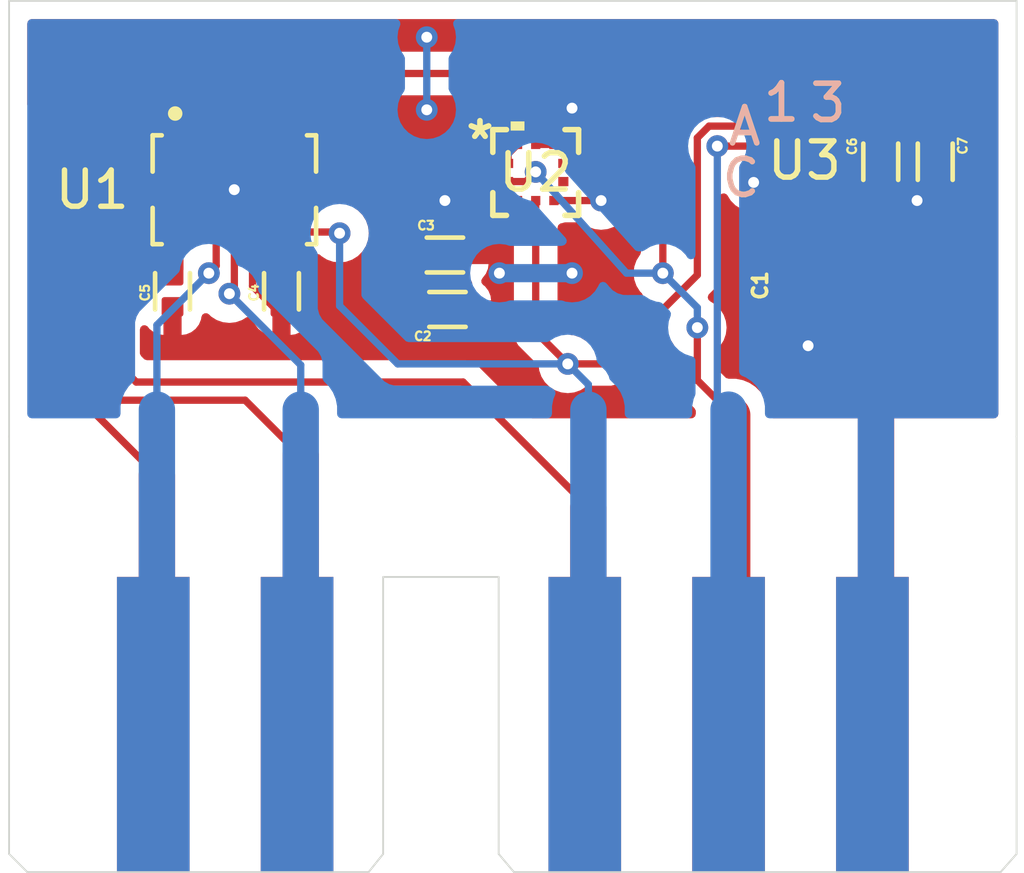
<source format=kicad_pcb>
(kicad_pcb (version 20240108) (generator "pcbnew") (generator_version "8.0")
  (layers (0 "F.Cu" signal) (31 "B.Cu" signal) (34 "B.Paste" user) (35 "F.Paste" user) (36 "B.SilkS" user "B.Silkscreen") (37 "F.SilkS" user "F.Silkscreen") (38 "B.Mask" user) (39 "F.Mask" user) (44 "Edge.Cuts" user))
  (net 0 "")
  (net 1 "SCL")
  (net 2 "MAG_INT")
  (net 3 "GND")
  (net 4 "SDA")
  (net 5 "+3V3")
  (net 6 "GYRO_INT_1")
  (net 7 "ACCEL_INT_1")
  (net 8 "GYRO_INT_2")
  (net 9 "ACCEL_INT_2")
  (net 13 "BARO_INT")
  (net 14 "/CRST")
  (footprint "BMM350:BGA9_BMM350_BOS" (layer "F.Cu") (at 116.89995 41.40005)
    (property "Reference" "U3" (at 0 0 0) (layer "F.SilkS"))
    (property "Value" "BMM350")
    (fp_text user "C" (at -1.747712 0.476527 0) (layer "B.SilkS"))
    (fp_text user "3" (at 0.64864 -1.589101 0) (layer "B.SilkS"))
    (fp_text user "1" (at -0.633908 -1.603273 0) (layer "B.SilkS"))
    (fp_text user "A" (at -1.647449 -0.943866 0) (layer "B.SilkS"))
    (fp_text user "1" (at -0.633908 -1.603273 0) (layer "F.SilkS"))
    (fp_text user "C" (at -1.747712 0.476527 0) (layer "F.SilkS"))
    (fp_text user "3" (at 0.64864 -1.589101 0) (layer "F.SilkS"))
    (fp_text user "A" (at -1.647449 -0.943866 0) (layer "F.SilkS"))
    (pad "A1" smd circle (at -0.40005 -0.40005) (size 0.2286 0.2286) (layers "F.Cu" "F.Paste" "F.Mask") (net 2 "MAG_INT"))
    (pad "A2" smd circle (at 0 -0.40005) (size 0.2286 0.2286) (layers "F.Cu" "F.Paste" "F.Mask") (net 4 "SDA"))
    (pad "A3" smd circle (at 0.40005 -0.40005) (size 0.2286 0.2286) (layers "F.Cu" "F.Paste" "F.Mask") (net 1 "SCL"))
    (pad "B1" smd circle (at -0.40005 0) (size 0.2286 0.2286) (layers "F.Cu" "F.Paste" "F.Mask") (net 3 "GND"))
    (pad "B2" smd circle (at 0 0) (size 0.2286 0.2286) (layers "F.Cu" "F.Paste" "F.Mask") (net 3 "GND"))
    (pad "B3" smd circle (at 0.40005 0) (size 0.2286 0.2286) (layers "F.Cu" "F.Paste" "F.Mask") (net 5 "+3V3"))
    (pad "C1" smd circle (at -0.40005 0.40005) (size 0.2286 0.2286) (layers "F.Cu" "F.Paste" "F.Mask") (net 5 "+3V3"))
    (pad "C2" smd circle (at 0 0.40005) (size 0.2286 0.2286) (layers "F.Cu" "F.Paste" "F.Mask") (net 14 "/CRST"))
    (pad "C3" smd circle (at 0.40005 0.40005) (size 0.2286 0.2286) (layers "F.Cu" "F.Paste" "F.Mask") (net 3 "GND"))
  )
  (footprint "CL05B104KP5NNNC:CAPC1005X55N" (layer "F.Cu") (at 120.5 41.43 -90)
    (property "Reference" "C7" (at -0.438675 -0.755941 90) (layer "F.SilkS") (effects (font (size 0.241029 0.241029))))
    (property "Value" "100nF")
    (fp_line (start -0.5 0.48) (end 0.5 0.48) (stroke (width 0.127)) (layer "F.SilkS"))
    (fp_line (start 0.5 -0.48) (end -0.5 -0.48) (stroke (width 0.127)) (layer "F.SilkS"))
    (pad "1" smd roundrect (at -0.43 0) (size 0.6 0.54) (layers "F.Cu" "F.Paste" "F.Mask") (roundrect_rratio 0.14) (net 5 "+3V3"))
    (pad "2" smd roundrect (at 0.43 0) (size 0.6 0.54) (layers "F.Cu" "F.Paste" "F.Mask") (roundrect_rratio 0.14) (net 3 "GND"))
  )
  (footprint "CL05B104KP5NNNC:CAPC1005X55N" (layer "F.Cu") (at 119 41.43 -90)
    (property "Reference" "C6" (at -0.424708 0.789029 90) (layer "F.SilkS") (effects (font (size 0.241029 0.241029))))
    (property "Value" "100nF")
    (fp_line (start -0.5 0.48) (end 0.5 0.48) (stroke (width 0.127)) (layer "F.SilkS"))
    (fp_line (start 0.5 -0.48) (end -0.5 -0.48) (stroke (width 0.127)) (layer "F.SilkS"))
    (pad "1" smd roundrect (at -0.43 0) (size 0.6 0.54) (layers "F.Cu" "F.Paste" "F.Mask") (roundrect_rratio 0.14) (net 5 "+3V3"))
    (pad "2" smd roundrect (at 0.43 0) (size 0.6 0.54) (layers "F.Cu" "F.Paste" "F.Mask") (roundrect_rratio 0.14) (net 3 "GND"))
  )
  (footprint "CL05B104KP5NNNC:CAPC1005X55N" (layer "F.Cu") (at 99.5 45 90)
    (property "Reference" "C5" (at -0.038171 -0.755633 -90) (layer "F.SilkS") (effects (font (size 0.241029 0.241029))))
    (property "Value" "100nF")
    (fp_line (start 0.5 -0.48) (end -0.5 -0.48) (stroke (width 0.127)) (layer "F.SilkS"))
    (fp_line (start -0.5 0.48) (end 0.5 0.48) (stroke (width 0.127)) (layer "F.SilkS"))
    (pad "1" smd roundrect (at -0.43 0 180) (size 0.6 0.54) (layers "F.Cu" "F.Paste" "F.Mask") (roundrect_rratio 0.14) (net 5 "+3V3"))
    (pad "2" smd roundrect (at 0.43 0 180) (size 0.6 0.54) (layers "F.Cu" "F.Paste" "F.Mask") (roundrect_rratio 0.14) (net 3 "GND"))
  )
  (footprint "CL05B104KP5NNNC:CAPC1005X55N" (layer "F.Cu") (at 107 44)
    (property "Reference" "C3" (at -0.520668 -0.810697 0) (layer "F.SilkS") (effects (font (size 0.241029 0.241029))))
    (property "Value" "100nF")
    (fp_line (start -0.5 0.48) (end 0.5 0.48) (stroke (width 0.127)) (layer "F.SilkS"))
    (fp_line (start 0.5 -0.48) (end -0.5 -0.48) (stroke (width 0.127)) (layer "F.SilkS"))
    (pad "1" smd roundrect (at -0.43 0 90) (size 0.6 0.54) (layers "F.Cu" "F.Paste" "F.Mask") (roundrect_rratio 0.14) (net 3 "GND"))
    (pad "2" smd roundrect (at 0.43 0 90) (size 0.6 0.54) (layers "F.Cu" "F.Paste" "F.Mask") (roundrect_rratio 0.14) (net 5 "+3V3"))
  )
  (footprint "BMI088:PQFN50P450X300X100-16N" (layer "F.Cu") (at 101.2025 42.2025)
    (property "Reference" "U1" (at -3.915 0 0) (layer "F.SilkS"))
    (property "Value" "BMI088")
    (fp_line (start -2.25 -1.5) (end -2 -1.5) (stroke (width 0.127)) (layer "F.SilkS"))
    (fp_line (start -2.25 -0.5) (end -2.25 -1.5) (stroke (width 0.127)) (layer "F.SilkS"))
    (fp_line (start -2.25 1.5) (end -2.25 0.5) (stroke (width 0.127)) (layer "F.SilkS"))
    (fp_line (start -2 1.5) (end -2.25 1.5) (stroke (width 0.127)) (layer "F.SilkS"))
    (fp_line (start 2.25 -1.5) (end 2 -1.5) (stroke (width 0.127)) (layer "F.SilkS"))
    (fp_line (start 2.25 -0.5) (end 2.25 -1.5) (stroke (width 0.127)) (layer "F.SilkS"))
    (fp_line (start 2.25 0.5) (end 2.25 1.5) (stroke (width 0.127)) (layer "F.SilkS"))
    (fp_line (start 2.25 1.5) (end 2 1.5) (stroke (width 0.127)) (layer "F.SilkS"))
    (fp_circle (center -1.629 -2.1) (end -1.529 -2.1) (stroke (width 0.2)) (fill none) (layer "F.SilkS"))
    (pad "1" smd rect (at -1.5 -1.165 270) (size 0.59 0.35) (layers "F.Cu" "F.Paste" "F.Mask") (net 9 "ACCEL_INT_2"))
    (pad "2" smd rect (at -1 -1.165 270) (size 0.59 0.35) (layers "F.Cu" "F.Paste" "F.Mask") (net 3 "GND"))
    (pad "3" smd rect (at -0.5 -1.165 270) (size 0.59 0.35) (layers "F.Cu" "F.Paste" "F.Mask") (net 5 "+3V3"))
    (pad "4" smd rect (at 0 -1.165 270) (size 0.59 0.35) (layers "F.Cu" "F.Paste" "F.Mask") (net 3 "GND"))
    (pad "5" smd rect (at 0.5 -1.165 270) (size 0.59 0.35) (layers "F.Cu" "F.Paste" "F.Mask"))
    (pad "6" smd rect (at 1 -1.165 270) (size 0.59 0.35) (layers "F.Cu" "F.Paste" "F.Mask") (net 3 "GND"))
    (pad "7" smd rect (at 1.5 -1.165 270) (size 0.59 0.35) (layers "F.Cu" "F.Paste" "F.Mask") (net 5 "+3V3"))
    (pad "8" smd rect (at 1.915 0 180) (size 0.59 0.35) (layers "F.Cu" "F.Paste" "F.Mask") (net 1 "SCL"))
    (pad "9" smd rect (at 1.5 1.165 90) (size 0.59 0.35) (layers "F.Cu" "F.Paste" "F.Mask") (net 4 "SDA"))
    (pad "10" smd rect (at 1 1.165 90) (size 0.59 0.35) (layers "F.Cu" "F.Paste" "F.Mask") (net 3 "GND"))
    (pad "11" smd rect (at 0.5 1.165 90) (size 0.59 0.35) (layers "F.Cu" "F.Paste" "F.Mask") (net 5 "+3V3"))
    (pad "12" smd rect (at 0 1.165 90) (size 0.59 0.35) (layers "F.Cu" "F.Paste" "F.Mask") (net 6 "GYRO_INT_1"))
    (pad "13" smd rect (at -0.5 1.165 90) (size 0.59 0.35) (layers "F.Cu" "F.Paste" "F.Mask") (net 8 "GYRO_INT_2"))
    (pad "14" smd rect (at -1 1.165 90) (size 0.59 0.35) (layers "F.Cu" "F.Paste" "F.Mask"))
    (pad "15" smd rect (at -1.5 1.165 90) (size 0.59 0.35) (layers "F.Cu" "F.Paste" "F.Mask") (net 3 "GND"))
    (pad "16" smd rect (at -1.915 0) (size 0.59 0.35) (layers "F.Cu" "F.Paste" "F.Mask") (net 7 "ACCEL_INT_1"))
  )
  (footprint "BMP581:QFN10_BMP581_BOS" (layer "F.Cu") (at 109.5 41.726999)
    (property "Reference" "U2" (at 0 0 0) (layer "F.SilkS"))
    (property "Value" "BMP581")
    (fp_line (start -1.1811 -1.1811) (end -1.1811 -0.555042) (stroke (width 0.1524)) (layer "F.SilkS"))
    (fp_line (start -1.1811 0.555042) (end -1.1811 1.1811) (stroke (width 0.1524)) (layer "F.SilkS"))
    (fp_line (start -1.1811 1.1811) (end -0.805041 1.1811) (stroke (width 0.1524)) (layer "F.SilkS"))
    (fp_line (start -0.805041 -1.1811) (end -1.1811 -1.1811) (stroke (width 0.1524)) (layer "F.SilkS"))
    (fp_line (start 0.805041 1.1811) (end 1.1811 1.1811) (stroke (width 0.1524)) (layer "F.SilkS"))
    (fp_line (start 1.1811 -1.1811) (end 0.805041 -1.1811) (stroke (width 0.1524)) (layer "F.SilkS"))
    (fp_line (start 1.1811 -0.555042) (end 1.1811 -1.1811) (stroke (width 0.1524)) (layer "F.SilkS"))
    (fp_line (start 1.1811 1.1811) (end 1.1811 0.555042) (stroke (width 0.1524)) (layer "F.SilkS"))
    (fp_poly (pts (xy -0.690499 -1.154001) (xy -0.690499 -1.408001) (xy -0.309499 -1.408001) (xy -0.309499 -1.154001)) (fill solid) (layer "F.SilkS"))
    (fp_text user "*" (at -1.535 -0.881 0) (layer "F.SilkS"))
    (fp_text user "*" (at -1.535 -0.881 0) (layer "F.SilkS"))
    (pad "1" smd rect (at -0.760301 -0.25 90) (size 0.254 0.2794) (layers "F.Cu" "F.Paste" "F.Mask") (net 5 "+3V3"))
    (pad "2" smd rect (at -0.760301 0.25 90) (size 0.254 0.2794) (layers "F.Cu" "F.Paste" "F.Mask") (net 1 "SCL"))
    (pad "3" smd rect (at -0.499999 0.773001) (size 0.254 0.254) (layers "F.Cu" "F.Paste" "F.Mask") (net 3 "GND"))
    (pad "4" smd rect (at 0 0.773001) (size 0.254 0.254) (layers "F.Cu" "F.Paste" "F.Mask") (net 4 "SDA"))
    (pad "5" smd rect (at 0.499999 0.773001) (size 0.254 0.254) (layers "F.Cu" "F.Paste" "F.Mask") (net 3 "GND"))
    (pad "6" smd rect (at 0.760301 0.25 90) (size 0.254 0.2794) (layers "F.Cu" "F.Paste" "F.Mask"))
    (pad "7" smd rect (at 0.760301 -0.25 90) (size 0.254 0.2794) (layers "F.Cu" "F.Paste" "F.Mask") (net 13 "BARO_INT"))
    (pad "8" smd rect (at 0.499999 -0.773001) (size 0.254 0.254) (layers "F.Cu" "F.Paste" "F.Mask") (net 3 "GND"))
    (pad "9" smd rect (at 0 -0.773001) (size 0.254 0.254) (layers "F.Cu" "F.Paste" "F.Mask") (net 3 "GND"))
    (pad "10" smd rect (at -0.499999 -0.773001) (size 0.254 0.254) (layers "F.Cu" "F.Paste" "F.Mask") (net 5 "+3V3"))
  )
  (footprint "CL05B104KP5NNNC:CAPC1005X55N" (layer "F.Cu") (at 102.5 45 90)
    (property "Reference" "C4" (at -0.038171 -0.755633 -90) (layer "F.SilkS") (effects (font (size 0.241029 0.241029))))
    (property "Value" "100nF")
    (fp_line (start 0.5 -0.48) (end -0.5 -0.48) (stroke (width 0.127)) (layer "F.SilkS"))
    (fp_line (start -0.5 0.48) (end 0.5 0.48) (stroke (width 0.127)) (layer "F.SilkS"))
    (pad "1" smd roundrect (at -0.43 0 180) (size 0.6 0.54) (layers "F.Cu" "F.Paste" "F.Mask") (roundrect_rratio 0.14) (net 5 "+3V3"))
    (pad "2" smd roundrect (at 0.43 0 180) (size 0.6 0.54) (layers "F.Cu" "F.Paste" "F.Mask") (roundrect_rratio 0.14) (net 3 "GND"))
  )
  (footprint "CGB4B3X7R0J225K055AB:CAPC2012X55N" (layer "F.Cu") (at 117 44.38 90)
    (property "Reference" "C1" (at -0.46 -1.32 -90) (layer "F.SilkS") (effects (font (size 0.393701 0.393701))))
    (property "Value" "2.2uF")
    (pad "1" smd rect (at -0.88 0 90) (size 1.15 1.47) (layers "F.Cu" "F.Paste" "F.Mask") (net 3 "GND"))
    (pad "2" smd rect (at 0.88 0 90) (size 1.15 1.47) (layers "F.Cu" "F.Paste" "F.Mask") (net 14 "/CRST"))
  )
  (footprint "CL05B104KP5NNNC:CAPC1005X55N" (layer "F.Cu") (at 107.07 45.5 180)
    (property "Reference" "C2" (at 0.679076 -0.7394 180) (layer "F.SilkS") (effects (font (size 0.241029 0.241029))))
    (property "Value" "100nF")
    (fp_line (start 0.5 -0.48) (end -0.5 -0.48) (stroke (width 0.127)) (layer "F.SilkS"))
    (fp_line (start -0.5 0.48) (end 0.5 0.48) (stroke (width 0.127)) (layer "F.SilkS"))
    (pad "1" smd roundrect (at -0.43 0 270) (size 0.6 0.54) (layers "F.Cu" "F.Paste" "F.Mask") (roundrect_rratio 0.14) (net 5 "+3V3"))
    (pad "2" smd roundrect (at 0.43 0 270) (size 0.6 0.54) (layers "F.Cu" "F.Paste" "F.Mask") (roundrect_rratio 0.14) (net 3 "GND"))
  )
  (footprint "12PinFootprint:12_Pin_Edge_Connector" (layer "F.Cu") (at 95 49)
    (property "Reference" "K1" (hide yes))
    (property "Value" "~" (hide yes))
    (fp_line (start 0 0) (end 0 11.5) (stroke (width 0.05)) (layer "Edge.Cuts"))
    (fp_line (start 0 11.5) (end 0.5 12) (stroke (width 0.05)) (layer "Edge.Cuts"))
    (fp_line (start 9.9 12) (end 0.5 12) (stroke (width 0.05)) (layer "Edge.Cuts"))
    (fp_line (start 9.9 12) (end 10.3 11.5) (stroke (width 0.05)) (layer "Edge.Cuts"))
    (fp_line (start 10.3 3.87) (end 10.3 11.5) (stroke (width 0.05)) (layer "Edge.Cuts"))
    (fp_line (start 13.48 3.87) (end 10.3 3.87) (stroke (width 0.05)) (layer "Edge.Cuts"))
    (fp_line (start 13.48 11.5) (end 13.48 3.87) (stroke (width 0.05)) (layer "Edge.Cuts"))
    (fp_line (start 13.48 11.5) (end 13.9 12) (stroke (width 0.05)) (layer "Edge.Cuts"))
    (fp_line (start 27.3 12) (end 13.9 12) (stroke (width 0.05)) (layer "Edge.Cuts"))
    (fp_line (start 27.3 12) (end 27.74 11.5) (stroke (width 0.05)) (layer "Edge.Cuts"))
    (fp_line (start 27.74 0) (end 27.74 11.5) (stroke (width 0.05)) (layer "Edge.Cuts"))
    (pad "1" smd rect (at 23.77 7.935) (size 2 8.13) (layers "F.Cu" "F.Paste" "F.Mask") (net 5 "+3V3"))
    (pad "2" smd rect (at 19.81 7.935) (size 2 8.13) (layers "F.Cu" "F.Paste" "F.Mask") (net 1 "SCL"))
    (pad "3" smd rect (at 15.85 7.935) (size 2 8.13) (layers "F.Cu" "F.Paste" "F.Mask") (net 7 "ACCEL_INT_1"))
    (pad "4" smd rect (at 7.93 7.935) (size 2 8.13) (layers "F.Cu" "F.Paste" "F.Mask") (net 9 "ACCEL_INT_2"))
    (pad "5" smd rect (at 3.97 7.935) (size 2 8.13) (layers "F.Cu" "F.Paste" "F.Mask") (net 13 "BARO_INT"))
    (pad "6" smd rect (at 23.77 7.935) (size 2 8.13) (layers "B.Cu" "F.Paste" "F.Mask") (net 3 "GND"))
    (pad "7" smd rect (at 19.81 7.935) (size 2 8.13) (layers "B.Cu" "F.Paste" "F.Mask") (net 2 "MAG_INT"))
    (pad "8" smd rect (at 15.85 7.935) (size 2 8.13) (layers "B.Cu" "F.Paste" "F.Mask") (net 4 "SDA"))
    (pad "9" smd rect (at 7.93 7.935) (size 2 8.13) (layers "B.Cu" "F.Paste" "F.Mask") (net 6 "GYRO_INT_1"))
    (pad "10" smd rect (at 3.97 7.935) (size 2 8.13) (layers "B.Cu" "F.Paste" "F.Mask") (net 8 "GYRO_INT_2"))
  )
  (gr_line (start 122.74 49) (end 122.74 37) (stroke (width 0.05)) (layer "Edge.Cuts"))
  (gr_line (start 122.74 37) (end 95 37) (stroke (width 0.05)) (layer "Edge.Cuts"))
  (gr_line (start 95 49) (end 95 37) (stroke (width 0.05)) (layer "Edge.Cuts"))
  (segment (start 109.232015 41.976999) (end 108.739699 41.976999) (width 0.2) (layer "F.Cu") (net 1))
  (segment (start 113 41) (end 113.9 40.1) (width 0.2) (layer "F.Cu") (net 1))
  (segment (start 108.023001 41.976999) (end 107.946002 41.9) (width 0.2) (layer "F.Cu") (net 1))
  (segment (start 117.3 40.743431) (end 117.3 41) (width 0.2) (layer "F.Cu") (net 1))
  (segment (start 103.42 41.9) (end 103.1175 42.2025) (width 0.2) (layer "F.Cu") (net 1))
  (segment (start 113.9 40.1) (end 116.656569 40.1) (width 0.2) (layer "F.Cu") (net 1))
  (segment (start 109.498831 41.710183) (end 109.232015 41.976999) (width 0.2) (layer "F.Cu") (net 1))
  (segment (start 114.91 48.41) (end 114.91 56.435) (width 1.00076) (layer "F.Cu") (net 1))
  (segment (start 107.946002 41.9) (end 103.42 41.9) (width 0.2) (layer "F.Cu") (net 1))
  (segment (start 113 44.5) (end 113 41) (width 0.2) (layer "F.Cu") (net 1))
  (segment (start 113.95 46) (end 113.95 47.45) (width 0.2) (layer "F.Cu") (net 1))
  (segment (start 108.739699 41.976999) (end 108.023001 41.976999) (width 0.2) (layer "F.Cu") (net 1))
  (segment (start 116.656569 40.1) (end 117.3 40.743431) (width 0.2) (layer "F.Cu") (net 1))
  (segment (start 113.95 47.45) (end 114.91 48.41) (width 0.2) (layer "F.Cu") (net 1))
  (via (at 109.498831 41.710183) (size 0.6) (drill 0.3) (layers "F.Cu" "B.Cu") (net 1))
  (via (at 113 44.5) (size 0.6) (drill 0.3) (layers "F.Cu" "B.Cu") (net 1))
  (via (at 113.95 46) (size 0.6) (drill 0.3) (layers "F.Cu" "B.Cu") (net 1))
  (segment (start 113 44.5) (end 112 44.5) (width 0.2) (layer "B.Cu") (net 1))
  (segment (start 113.95 45.45) (end 113 44.5) (width 0.2) (layer "B.Cu") (net 1))
  (segment (start 109.498831 41.710183) (end 109.491 41.849286) (width 0.2) (layer "B.Cu") (net 1))
  (segment (start 112 44.5) (end 109.498831 41.710183) (width 0.2) (layer "B.Cu") (net 1))
  (segment (start 113.95 46) (end 113.95 45.45) (width 0.2) (layer "B.Cu") (net 1))
  (segment (start 114.5 41) (end 116.4999 41) (width 0.2) (layer "F.Cu") (net 2))
  (via (at 114.5 41) (size 0.6) (drill 0.3) (layers "F.Cu" "B.Cu") (net 2))
  (segment (start 114.5 47.95) (end 114.81 48.26) (width 0.2) (layer "B.Cu") (net 2))
  (segment (start 114.81 56.935) (end 114.81 48.26) (width 1.00076) (layer "B.Cu") (net 2))
  (segment (start 114.5 41) (end 114.5 47.95) (width 0.2) (layer "B.Cu") (net 2))
  (segment (start 114.5 56.525) (end 114.91 56.935) (width 0.2) (layer "B.Cu") (net 2))
  (segment (start 99.7025 42.7975) (end 100.1 42.4) (width 0.2) (layer "F.Cu") (net 3))
  (segment (start 101.2025 41.0375) (end 101.2025 41.5975) (width 0.2) (layer "F.Cu") (net 3))
  (segment (start 102.2025 41.0375) (end 102.2 41.04) (width 0.2) (layer "F.Cu") (net 3))
  (segment (start 109.5 40.953998) (end 109.5 40.953997) (width 0.2) (layer "F.Cu") (net 3))
  (segment (start 120.5 41.86) (end 120.5 42) (width 0.2) (layer "F.Cu") (net 3))
  (segment (start 102.2025 43.3675) (end 102.2025 42.5025) (width 0.2) (layer "F.Cu") (net 3))
  (segment (start 106.57 42.93) (end 106.57 44) (width 0.2) (layer "F.Cu") (net 3))
  (segment (start 117.3 41.8001) (end 118.9401 41.8001) (width 0.2) (layer "F.Cu") (net 3))
  (segment (start 109.999999 40.453998) (end 110.499999 39.953998) (width 0.2) (layer "F.Cu") (net 3))
  (segment (start 102.2025 41.0375) (end 102.2025 41.8975) (width 0.2) (layer "F.Cu") (net 3))
  (segment (start 116.09995 41.40005) (end 115.5 42) (width 0.2) (layer "F.Cu") (net 3))
  (segment (start 101.2 42.2) (end 101.2 41.9) (width 0.2) (layer "F.Cu") (net 3))
  (segment (start 107 42.5) (end 109.000001 42.5) (width 0.2) (layer "F.Cu") (net 3))
  (segment (start 102.2025 44.2725) (end 102.5 44.57) (width 0.2) (layer "F.Cu") (net 3))
  (segment (start 120.5 42) (end 120 42.5) (width 0.2) (layer "F.Cu") (net 3))
  (segment (start 102.2025 43.3675) (end 102.2025 44.2725) (width 0.2) (layer "F.Cu") (net 3))
  (segment (start 109.5 40.953998) (end 109.999999 40.953998) (width 0.2) (layer "F.Cu") (net 3))
  (segment (start 118.9401 41.8001) (end 119 41.86) (width 0.2) (layer "F.Cu") (net 3))
  (segment (start 119.36 41.86) (end 120 42.5) (width 0.2) (layer "F.Cu") (net 3))
  (segment (start 116.89995 41.40005) (end 116.9357 41.4358) (width 0.2) (layer "F.Cu") (net 3))
  (segment (start 100.1 42.4) (end 100.2 42.4) (width 0.2) (layer "F.Cu") (net 3))
  (segment (start 106.57 44) (end 106.57 45.43) (width 0.2) (layer "F.Cu") (net 3))
  (segment (start 111.3 42.5) (end 109.999999 42.5) (width 0.2) (layer "F.Cu") (net 3))
  (segment (start 101.2025 41.5975) (end 101.2 41.6) (width 0.2) (layer "F.Cu") (net 3))
  (segment (start 119 41.86) (end 119.36 41.86) (width 0.2) (layer "F.Cu") (net 3))
  (segment (start 99.7025 43.3675) (end 99.7025 42.7975) (width 0.2) (layer "F.Cu") (net 3))
  (segment (start 117 46.5) (end 117 45.26) (width 0.5) (layer "F.Cu") (net 3))
  (segment (start 109.478833 40.975165) (end 109.5 40.953998) (width 0.2) (layer "F.Cu") (net 3))
  (segment (start 106.57 45.43) (end 106.64 45.5) (width 0.2) (layer "F.Cu") (net 3))
  (segment (start 116.4999 41.40005) (end 116.09995 41.40005) (width 0.2) (layer "F.Cu") (net 3))
  (segment (start 107 42.5) (end 106.57 42.93) (width 0.2) (layer "F.Cu") (net 3))
  (segment (start 99.7025 43.3675) (end 99.7025 44.3675) (width 0.2) (layer "F.Cu") (net 3))
  (segment (start 100.2025 41.0375) (end 100.2025 41.8975) (width 0.2) (layer "F.Cu") (net 3))
  (segment (start 109.999999 40.953998) (end 109.999999 40.453998) (width 0.2) (layer "F.Cu") (net 3))
  (segment (start 116.4999 41.40005) (end 116.89995 41.40005) (width 0.2) (layer "F.Cu") (net 3))
  (segment (start 102.2025 41.8975) (end 102.2 41.9) (width 0.2) (layer "F.Cu") (net 3))
  (segment (start 101.2 41.6) (end 101.2 42.2) (width 0.2) (layer "F.Cu") (net 3))
  (segment (start 99.7025 44.3675) (end 99.5 44.57) (width 0.2) (layer "F.Cu") (net 3))
  (segment (start 100.2025 41.8975) (end 100.2 41.9) (width 0.2) (layer "F.Cu") (net 3))
  (via (at 101.2 42.2) (size 0.6) (drill 0.3) (layers "F.Cu" "B.Cu") (net 3))
  (via (at 107 42.5) (size 0.6) (drill 0.3) (layers "F.Cu" "B.Cu") (net 3))
  (via (at 110.499999 39.953998) (size 0.6) (drill 0.3) (layers "F.Cu" "B.Cu") (net 3))
  (via (at 115.5 42) (size 0.6) (drill 0.3) (layers "F.Cu" "B.Cu") (net 3))
  (via (at 120 42.5) (size 0.6) (drill 0.3) (layers "F.Cu" "B.Cu") (net 3))
  (via (at 111.3 42.5) (size 0.6) (drill 0.3) (layers "F.Cu" "B.Cu") (net 3))
  (via (at 117 46.5) (size 0.6) (drill 0.3) (layers "F.Cu" "B.Cu") (net 3))
  (segment (start 118.87 54.617349) (end 118.86608 54.613429) (width 0.2) (layer "B.Cu") (net 3))
  (segment (start 118.86608 54.613429) (end 118.86608 47.174767) (width 1) (layer "B.Cu") (net 3))
  (segment (start 118.87 56.435) (end 118.87 54.617349) (width 0.2) (layer "B.Cu") (net 3))
  (segment (start 111.5 47) (end 113.95 44.55) (width 0.2) (layer "F.Cu") (net 4))
  (segment (start 116.89995 40.838356) (end 116.89995 41) (width 0.2) (layer "F.Cu") (net 4))
  (segment (start 104.0675 43.3675) (end 104.1 43.4) (width 0.2) (layer "F.Cu") (net 4))
  (segment (start 113.95 44.55) (end 113.95 40.772182) (width 0.2) (layer "F.Cu") (net 4))
  (segment (start 114.272182 40.45) (end 116.511594 40.45) (width 0.2) (layer "F.Cu") (net 4))
  (segment (start 116.511594 40.45) (end 116.89995 40.838356) (width 0.2) (layer "F.Cu") (net 4))
  (segment (start 110.38205 47) (end 109.5 46.11795) (width 0.2) (layer "F.Cu") (net 4))
  (segment (start 113.95 40.772182) (end 114.272182 40.45) (width 0.2) (layer "F.Cu") (net 4))
  (segment (start 110.38205 47) (end 111.5 47) (width 0.2) (layer "F.Cu") (net 4))
  (segment (start 109.5 46.11795) (end 109.5 42.5) (width 0.2) (layer "F.Cu") (net 4))
  (segment (start 102.7025 43.3675) (end 104.0675 43.3675) (width 0.2) (layer "F.Cu") (net 4))
  (via (at 104.1 43.4) (size 0.6) (drill 0.3) (layers "F.Cu" "B.Cu") (net 4))
  (via (at 110.38205 47) (size 0.6) (drill 0.3) (layers "F.Cu" "B.Cu") (net 4))
  (segment (start 110.38205 47) (end 110.95 47.56795) (width 0.2) (layer "B.Cu") (net 4))
  (segment (start 110.95 56.935) (end 110.95 48.26) (width 1.00076) (layer "B.Cu") (net 4))
  (segment (start 104.1 45.4) (end 104.1 43.4) (width 0.2) (layer "B.Cu") (net 4))
  (segment (start 110.38205 47) (end 105.7 47) (width 0.2) (layer "B.Cu") (net 4))
  (segment (start 105.7 47) (end 104.1 45.4) (width 0.2) (layer "B.Cu") (net 4))
  (segment (start 110.95 47.56795) (end 110.95 48.26) (width 0.2) (layer "B.Cu") (net 4))
  (segment (start 100.7025 41.0375) (end 100.7025 40.2025) (width 0.2) (layer "F.Cu") (net 5))
  (segment (start 102.7025 41.0375) (end 102.7025 40.2975) (width 0.2) (layer "F.Cu") (net 5))
  (segment (start 118.978638 41) (end 119 41) (width 0.2) (layer "F.Cu") (net 5))
  (segment (start 117.3 41.40005) (end 118.578588 41.40005) (width 0.2) (layer "F.Cu") (net 5))
  (segment (start 101.7025 44.853971) (end 101.7025 43.3675) (width 0.2) (layer "F.Cu") (net 5))
  (segment (start 116.4999 41.8001) (end 116.4999 42.0001) (width 0.2) (layer "F.Cu") (net 5))
  (segment (start 118.87 46.999125) (end 118.872457 46.996668) (width 0.2) (layer "F.Cu") (net 5))
  (segment (start 100.7025 40.2025) (end 100.5 40) (width 0.2) (layer "F.Cu") (net 5))
  (segment (start 109.000001 40.953998) (end 109.000001 40.500001) (width 0.2) (layer "F.Cu") (net 5))
  (segment (start 118.87 56.435) (end 118.87 46.999125) (width 1) (layer "F.Cu") (net 5))
  (segment (start 118.578588 41.40005) (end 118.978638 41) (width 0.2) (layer "F.Cu") (net 5))
  (segment (start 108.739699 41.476999) (end 108.739699 41.2143) (width 0.2) (layer "F.Cu") (net 5))
  (segment (start 102.278529 45.43) (end 102.5 45.43) (width 0.2) (layer "F.Cu") (net 5))
  (segment (start 109.000001 40.500001) (end 108.5 40) (width 0.2) (layer "F.Cu") (net 5))
  (segment (start 116.4999 42.0001) (end 115 43.5) (width 0.2) (layer "F.Cu") (net 5))
  (segment (start 102.7025 40.2975) (end 103 40) (width 0.2) (layer "F.Cu") (net 5))
  (segment (start 108.739699 41.2143) (end 109.000001 40.953998) (width 0.2) (layer "F.Cu") (net 5))
  (segment (start 101.7025 44.853971) (end 102.278529 45.43) (width 0.2) (layer "F.Cu") (net 5))
  (via (at 106.5 40) (size 0.6) (drill 0.3) (layers "F.Cu" "B.Cu") (net 5))
  (via (at 108.5 44.5) (size 0.6) (drill 0.3) (layers "F.Cu" "B.Cu") (net 5))
  (via (at 110.5 44.5) (size 0.6) (drill 0.3) (layers "F.Cu" "B.Cu") (net 5))
  (via (at 106.5 38) (size 0.6) (drill 0.3) (layers "F.Cu" "B.Cu") (net 5))
  (segment (start 106.5 38) (end 106.5 40) (width 0.2) (layer "B.Cu") (net 5))
  (segment (start 108.5 44.5) (end 110.5 44.5) (width 0.499999) (layer "B.Cu") (net 5))
  (segment (start 101.065687 45.065687) (end 101.2025 44.928874) (width 0.2) (layer "F.Cu") (net 6))
  (segment (start 101.2025 44.928874) (end 101.2025 43.3675) (width 0.2) (layer "F.Cu") (net 6))
  (via (at 101.065687 45.065687) (size 0.6) (drill 0.3) (layers "F.Cu" "B.Cu") (net 6))
  (segment (start 103.03 48.26) (end 103.03 56.435) (width 1.00076) (layer "B.Cu") (net 6))
  (segment (start 101.065687 45.065687) (end 103.03 47.03) (width 0.2) (layer "B.Cu") (net 6))
  (segment (start 103.03 47.03) (end 103.03 48.26) (width 0.2) (layer "B.Cu") (net 6))
  (segment (start 98.5 47.5) (end 98 47) (width 0.2) (layer "F.Cu") (net 7))
  (segment (start 110.95 50.95) (end 107.5 47.5) (width 0.2) (layer "F.Cu") (net 7))
  (segment (start 98 42.5) (end 98.2975 42.2025) (width 0.2) (layer "F.Cu") (net 7))
  (segment (start 107.5 47.5) (end 98.5 47.5) (width 0.2) (layer "F.Cu") (net 7))
  (segment (start 98.2975 42.2025) (end 99.2875 42.2025) (width 0.2) (layer "F.Cu") (net 7))
  (segment (start 110.95 56.435) (end 110.95 50.95) (width 1.00076) (layer "F.Cu") (net 7))
  (segment (start 98 47) (end 98 42.5) (width 0.2) (layer "F.Cu") (net 7))
  (segment (start 100.7025 44.2975) (end 100.7025 43.3675) (width 0.2) (layer "F.Cu") (net 8))
  (segment (start 100.5 44.5) (end 100.7025 44.2975) (width 0.2) (layer "F.Cu") (net 8))
  (via (at 100.5 44.5) (size 0.6) (drill 0.3) (layers "F.Cu" "B.Cu") (net 8))
  (segment (start 99.07 45.93) (end 100.5 44.5) (width 0.2) (layer "B.Cu") (net 8))
  (segment (start 99.07 56.435) (end 99.07 48.26) (width 1.00076) (layer "B.Cu") (net 8))
  (segment (start 99.07 48.26) (end 99.07 45.93) (width 0.2) (layer "B.Cu") (net 8))
  (segment (start 99 40.335) (end 99.7025 41.0375) (width 0.2) (layer "F.Cu") (net 9))
  (segment (start 98 48) (end 97 47) (width 0.2) (layer "F.Cu") (net 9))
  (segment (start 101.5 48) (end 98 48) (width 0.2) (layer "F.Cu") (net 9))
  (segment (start 97 47) (end 97 41.5) (width 0.2) (layer "F.Cu") (net 9))
  (segment (start 97 41.5) (end 98.165 40.335) (width 0.2) (layer "F.Cu") (net 9))
  (segment (start 98.165 40.335) (end 99 40.335) (width 0.2) (layer "F.Cu") (net 9))
  (segment (start 103.03 50.03) (end 103.03 49.53) (width 0.2) (layer "F.Cu") (net 9))
  (segment (start 103.03 56.435) (end 103.03 49.53) (width 1.00076) (layer "F.Cu") (net 9))
  (segment (start 103.03 49.53) (end 101.5 48) (width 0.2) (layer "F.Cu") (net 9))
  (segment (start 99.07 56.435) (end 99.07 50.07) (width 1.00076) (layer "F.Cu") (net 13))
  (segment (start 97.5 39) (end 111 39) (width 0.2) (layer "F.Cu") (net 13))
  (segment (start 96 47) (end 96 40.5) (width 0.2) (layer "F.Cu") (net 13))
  (segment (start 111.5 40.2373) (end 110.260301 41.476999) (width 0.2) (layer "F.Cu") (net 13))
  (segment (start 111 39) (end 111.5 39.5) (width 0.2) (layer "F.Cu") (net 13))
  (segment (start 99.07 50.07) (end 96 47) (width 0.2) (layer "F.Cu") (net 13))
  (segment (start 96 40.5) (end 97.5 39) (width 0.2) (layer "F.Cu") (net 13))
  (segment (start 111.5 39.5) (end 111.5 40.2373) (width 0.2) (layer "F.Cu") (net 13))
  (segment (start 117 43.5) (end 116.89995 43.39995) (width 0.2) (layer "F.Cu") (net 14))
  (segment (start 116.89995 43.39995) (end 116.89995 41.8001) (width 0.2) (layer "F.Cu") (net 14))
  (zone (net 3) (net_name "GND") (layer "F.Cu") (priority 2) (connect_pads (clearance 0.5)) (min_thickness 0.25) (fill yes (thermal_gap 0.5) (thermal_bridge_width 0.5))
    (polygon (pts (xy 100 41.7) (xy 102.4 41.7) (xy 102.4 42.7) (xy 100 42.7)))
  )
  (zone (net 5) (net_name "+3V3") (layer "F.Cu") (connect_pads (clearance 0.5)) (min_thickness 0.25) (fill yes (thermal_gap 0.5) (thermal_bridge_width 0.5))
    (polygon (pts (xy 95 37) (xy 122.7 37) (xy 122.7 48.5) (xy 95 48.5)))
  )
  (zone (net 3) (net_name "GND") (layer "B.Cu") (priority 1) (connect_pads (clearance 0.5)) (min_thickness 0.25) (fill yes (thermal_gap 0.5) (thermal_bridge_width 0.5))
    (polygon (pts (xy 95 37) (xy 122.7 37) (xy 122.7 48.5) (xy 95 48.5)))
  )
)
</source>
